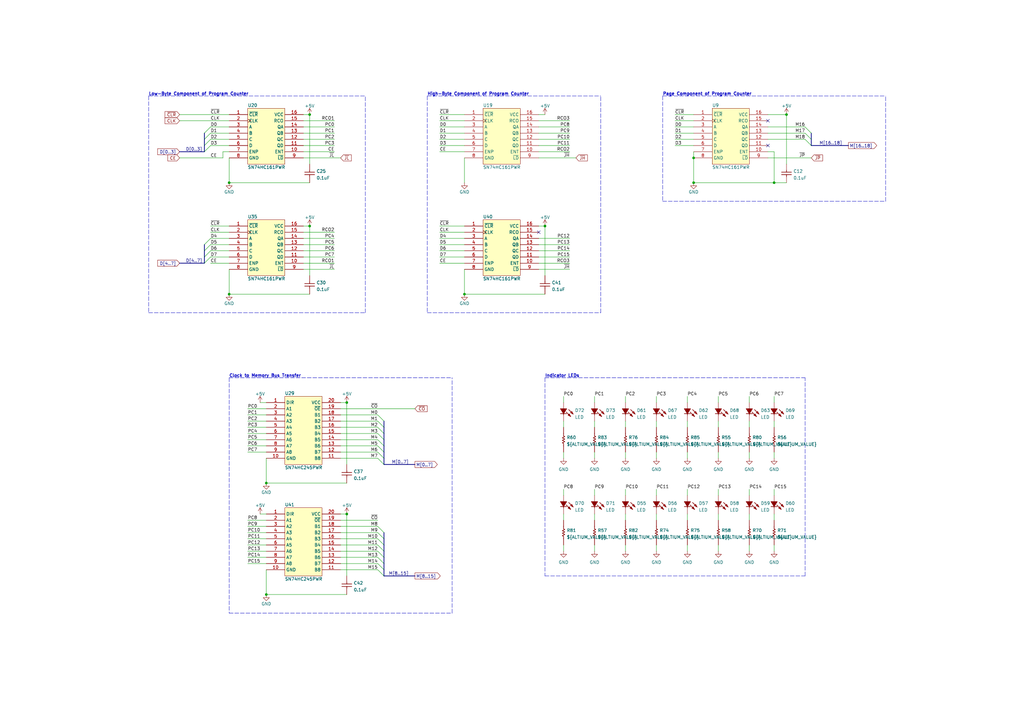
<source format=kicad_sch>
(kicad_sch (version 20211123) (generator eeschema)
  (paper "A3")
  (title_block (title "Program Counter") (date "2022-01-19") (rev "V1.1") (company "Riley Stuermer"))
  (lib_symbols
    (symbol "8BitCPU_Symbols:+5V" (power) (pin_names (offset 0))
      (property "Value" "+5V" (at 0 3.556 0))
      (symbol "+5V_0_1"
        (polyline (pts (xy -0.762 1.27) (xy 0 2.54)))
        (polyline (pts (xy 0 0) (xy 0 2.54)))
        (polyline (pts (xy 0 2.54) (xy 0.762 1.27)))
      )
      (symbol "+5V_1_1"
        (pin power_in line (at 0 0 90) (length 0) hide (name "+5V") (number "1"))
      )
    )
    (symbol "8BitCPU_Symbols:CAP"
      (property "Reference" "C" (at 1.27 3.175 0))
      (property "Value" "CAP" (at 1.27 -3.175 0))
      (symbol "CAP_1_0"
        (polyline (pts (xy 0 0) (xy 0.762 0)) (stroke (width 0.254)))
        (polyline (pts (xy 0.762 -2.032) (xy 0.762 2.032)) (stroke (width 0.254)))
        (polyline (pts (xy 1.778 2.032) (xy 1.778 -2.032)) (stroke (width 0.254)))
        (polyline (pts (xy 2.54 0) (xy 1.778 0)) (stroke (width 0.254)))
        (pin passive line (at 5.08 0 180) (length 2.54) (name "1") (number "1"))
        (pin passive line (at -2.54 0 0) (length 2.54) (name "2") (number "2"))
      )
    )
    (symbol "8BitCPU_Symbols:GND" (power) (pin_names (offset 0))
      (property "Value" "GND" (at 0 -3.81 0))
      (symbol "GND_0_1"
        (polyline (pts (xy 0 0) (xy 0 -1.27) (xy 1.27 -1.27) (xy 0 -2.54) (xy -1.27 -1.27) (xy 0 -1.27)))
      )
      (symbol "GND_1_1"
        (pin power_in line (at 0 0 270) (length 0) hide (name "GND") (number "1"))
      )
    )
    (symbol "8BitCPU_Symbols:LED"
      (property "Reference" "D" (at 0.635 4.445 0))
      (property "Value" "LED" (at 0.635 -3.175 0))
      (symbol "LED_1_0"
        (polyline (pts (xy 0.3545 2.1093) (xy 2.1325 3.8873)) (stroke (width 0.254)))
        (polyline (pts (xy 1.27 0) (xy 2.54 0)) (stroke (width 0.254)))
        (polyline (pts (xy 1.3705 1.0933) (xy 3.1485 2.8713)) (stroke (width 0.254)))
        (polyline (pts (xy 2.032 1.27) (xy 2.032 -1.27)) (stroke (width 0.254)))
        (polyline (pts (xy 0 -1.27) (xy 2.032 0) (xy 0 1.27) (xy 0 -1.27)) (stroke (width 0.254)) (fill (type outline)))
        (polyline (pts (xy 2.1325 3.8873) (xy 1.1165 3.3793) (xy 1.6245 2.8713) (xy 2.1325 3.8873)) (stroke (width 0.254)) (fill (type outline)))
        (polyline (pts (xy 3.1485 2.8713) (xy 2.1325 2.3633) (xy 2.6405 1.8553) (xy 3.1485 2.8713)) (stroke (width 0.254)) (fill (type outline)))
        (pin passive line (at -2.54 0 0) (length 2.54) (name "A") (number "1"))
        (pin passive line (at 5.08 0 180) (length 2.54) (name "K") (number "2"))
      )
    )
    (symbol "8BitCPU_Symbols:RES"
      (property "Reference" "R" (at 2.54 1.905 0))
      (property "Value" "RES" (at 2.54 -1.905 0))
      (symbol "RES_1_0"
        (polyline (pts (xy 5.08 0) (xy 4.064 0) (xy 3.81 -0.508) (xy 3.302 0.508) (xy 2.794 -0.508) (xy 2.286 0.508) (xy 1.778 -0.508) (xy 1.27 0.508) (xy 1.016 0) (xy 0 0)) (stroke (width 0.254)))
        (pin passive line (at -2.54 0 0) (length 2.54) (name "1") (number "1"))
        (pin passive line (at 7.62 0 180) (length 2.54) (name "2") (number "2"))
      )
    )
    (symbol "8BitCPU_Symbols:SN74HC161PWR"
      (property "Reference" "U" (at 0 3.81 0))
      (property "Value" "SN74HC161PWR" (at 0 -21.59 0))
      (symbol "SN74HC161PWR_1_0"
        (rectangle (start 15.24 2.54) (end 0 -20.32) (fill (type background)))
        (pin input line (at -7.62 0 0) (length 7.62) (name "~{CLR}") (number "1"))
        (pin input line (at 22.86 -15.24 180) (length 7.62) (name "ENT") (number "10"))
        (pin output line (at 22.86 -12.7 180) (length 7.62) (name "QD") (number "11"))
        (pin output line (at 22.86 -10.16 180) (length 7.62) (name "QC") (number "12"))
        (pin output line (at 22.86 -7.62 180) (length 7.62) (name "QB") (number "13"))
        (pin output line (at 22.86 -5.08 180) (length 7.62) (name "QA") (number "14"))
        (pin output line (at 22.86 -2.54 180) (length 7.62) (name "RCO") (number "15"))
        (pin power_in line (at 22.86 0 180) (length 7.62) (name "VCC") (number "16"))
        (pin input clock (at -7.62 -2.54 0) (length 7.62) (name "CLK") (number "2"))
        (pin input line (at -7.62 -5.08 0) (length 7.62) (name "A") (number "3"))
        (pin input line (at -7.62 -7.62 0) (length 7.62) (name "B") (number "4"))
        (pin input line (at -7.62 -10.16 0) (length 7.62) (name "C") (number "5"))
        (pin input line (at -7.62 -12.7 0) (length 7.62) (name "D") (number "6"))
        (pin input line (at -7.62 -15.24 0) (length 7.62) (name "ENP") (number "7"))
        (pin power_in line (at -7.62 -17.78 0) (length 7.62) (name "GND") (number "8"))
        (pin input line (at 22.86 -17.78 180) (length 7.62) (name "~{LD}") (number "9"))
      )
    )
    (symbol "8BitCPU_Symbols:SN74HC245PWR"
      (property "Reference" "U" (at 0 3.81 0))
      (property "Value" "SN74HC245PWR" (at 0 -26.67 0))
      (symbol "SN74HC245PWR_1_0"
        (rectangle (start 15.24 2.54) (end 0 -25.4) (fill (type background)))
        (pin input line (at -7.62 0 0) (length 7.62) (name "DIR") (number "1"))
        (pin power_in line (at -7.62 -22.86 0) (length 7.62) (name "GND") (number "10"))
        (pin bidirectional line (at 22.86 -22.86 180) (length 7.62) (name "B8") (number "11"))
        (pin bidirectional line (at 22.86 -20.32 180) (length 7.62) (name "B7") (number "12"))
        (pin bidirectional line (at 22.86 -17.78 180) (length 7.62) (name "B6") (number "13"))
        (pin bidirectional line (at 22.86 -15.24 180) (length 7.62) (name "B5") (number "14"))
        (pin bidirectional line (at 22.86 -12.7 180) (length 7.62) (name "B4") (number "15"))
        (pin bidirectional line (at 22.86 -10.16 180) (length 7.62) (name "B3") (number "16"))
        (pin bidirectional line (at 22.86 -7.62 180) (length 7.62) (name "B2") (number "17"))
        (pin bidirectional line (at 22.86 -5.08 180) (length 7.62) (name "B1") (number "18"))
        (pin input line (at 22.86 -2.54 180) (length 7.62) (name "~{OE}") (number "19"))
        (pin bidirectional line (at -7.62 -2.54 0) (length 7.62) (name "A1") (number "2"))
        (pin power_in line (at 22.86 0 180) (length 7.62) (name "VCC") (number "20"))
        (pin bidirectional line (at -7.62 -5.08 0) (length 7.62) (name "A2") (number "3"))
        (pin bidirectional line (at -7.62 -7.62 0) (length 7.62) (name "A3") (number "4"))
        (pin bidirectional line (at -7.62 -10.16 0) (length 7.62) (name "A4") (number "5"))
        (pin bidirectional line (at -7.62 -12.7 0) (length 7.62) (name "A5") (number "6"))
        (pin bidirectional line (at -7.62 -15.24 0) (length 7.62) (name "A6") (number "7"))
        (pin bidirectional line (at -7.62 -17.78 0) (length 7.62) (name "A7") (number "8"))
        (pin bidirectional line (at -7.62 -20.32 0) (length 7.62) (name "A8") (number "9"))
      )
    )
  )
  (junction (at 223.52 92.71))
  (junction (at 322.58 46.99))
  (junction (at 127 92.71))
  (junction (at 142.24 165.1))
  (junction (at 93.98 74.93))
  (junction (at 93.98 120.65))
  (junction (at 142.24 210.82))
  (junction (at 127 46.99))
  (junction (at 190.5 120.65))
  (junction (at 284.48 74.93))
  (junction (at 284.48 64.77))
  (junction (at 109.22 243.84))
  (junction (at 317.5 74.93))
  (junction (at 109.22 198.12))
  (no_connect (at 314.96 59.69))
  (no_connect (at 220.98 95.25))
  (no_connect (at 314.96 49.53))
  (bus_entry (at 86.36 52.07) (size -2.54 2.54))
  (bus_entry (at 83.82 102.87) (size 2.54 -2.54))
  (bus_entry (at 83.82 105.41) (size 2.54 -2.54))
  (bus_entry (at 83.82 107.95) (size 2.54 -2.54))
  (bus_entry (at 154.94 187.96) (size 2.54 2.54))
  (bus_entry (at 154.94 177.8) (size 2.54 2.54))
  (bus_entry (at 154.94 170.18) (size 2.54 2.54))
  (bus_entry (at 154.94 175.26) (size 2.54 2.54))
  (bus_entry (at 154.94 172.72) (size 2.54 2.54))
  (bus_entry (at 154.94 185.42) (size 2.54 2.54))
  (bus_entry (at 154.94 180.34) (size 2.54 2.54))
  (bus_entry (at 154.94 182.88) (size 2.54 2.54))
  (bus_entry (at 83.82 59.69) (size 2.54 -2.54))
  (bus_entry (at 83.82 57.15) (size 2.54 -2.54))
  (bus_entry (at 83.82 100.33) (size 2.54 -2.54))
  (bus_entry (at 83.82 62.23) (size 2.54 -2.54))
  (bus_entry (at 330.2 52.07) (size 2.54 2.54))
  (bus_entry (at 330.2 54.61) (size 2.54 2.54))
  (bus_entry (at 330.2 57.15) (size 2.54 2.54))
  (bus_entry (at 154.94 220.98) (size 2.54 2.54))
  (bus_entry (at 154.94 233.68) (size 2.54 2.54))
  (bus_entry (at 154.94 231.14) (size 2.54 2.54))
  (bus_entry (at 154.94 228.6) (size 2.54 2.54))
  (bus_entry (at 154.94 223.52) (size 2.54 2.54))
  (bus_entry (at 154.94 226.06) (size 2.54 2.54))
  (bus_entry (at 154.94 218.44) (size 2.54 2.54))
  (bus_entry (at 154.94 215.9) (size 2.54 2.54))
  (wire (pts (xy 86.36 102.87) (xy 93.98 102.87)))
  (wire (pts (xy 220.98 46.99) (xy 223.52 46.99)))
  (wire (pts (xy 294.64 162.56) (xy 294.64 165.1)))
  (polyline (pts (xy 93.98 251.46) (xy 185.42 251.46)))
  (polyline (pts (xy 93.98 154.94) (xy 93.98 251.46)))
  (wire (pts (xy 124.46 110.49) (xy 137.16 110.49)))
  (bus (pts (xy 83.82 105.41) (xy 83.82 107.95)))
  (wire (pts (xy 124.46 107.95) (xy 137.16 107.95)))
  (bus (pts (xy 157.48 180.34) (xy 157.48 182.88)))
  (wire (pts (xy 220.98 107.95) (xy 233.68 107.95)))
  (wire (pts (xy 256.54 213.36) (xy 256.54 210.82)))
  (wire (pts (xy 86.36 97.79) (xy 93.98 97.79)))
  (wire (pts (xy 281.94 213.36) (xy 281.94 210.82)))
  (wire (pts (xy 243.84 200.66) (xy 243.84 203.2)))
  (bus (pts (xy 157.48 190.5) (xy 170.18 190.5)))
  (wire (pts (xy 180.34 97.79) (xy 190.5 97.79)))
  (wire (pts (xy 124.46 62.23) (xy 137.16 62.23)))
  (wire (pts (xy 127 120.65) (xy 93.98 120.65)))
  (wire (pts (xy 307.34 226.06) (xy 307.34 223.52)))
  (polyline (pts (xy 60.96 39.37) (xy 149.86 39.37)))
  (wire (pts (xy 86.36 95.25) (xy 93.98 95.25)))
  (wire (pts (xy 124.46 95.25) (xy 137.16 95.25)))
  (bus (pts (xy 157.48 226.06) (xy 157.48 228.6)))
  (bus (pts (xy 83.82 100.33) (xy 83.82 102.87)))
  (polyline (pts (xy 223.52 154.94) (xy 223.52 236.22)))
  (wire (pts (xy 190.5 52.07) (xy 180.34 52.07)))
  (wire (pts (xy 223.52 92.71) (xy 223.52 113.03)))
  (wire (pts (xy 317.5 226.06) (xy 317.5 223.52)))
  (wire (pts (xy 281.94 200.66) (xy 281.94 203.2)))
  (wire (pts (xy 317.5 74.93) (xy 322.58 74.93)))
  (polyline (pts (xy 223.52 154.94) (xy 330.2 154.94)))
  (wire (pts (xy 276.86 49.53) (xy 284.48 49.53)))
  (bus (pts (xy 83.82 102.87) (xy 83.82 105.41)))
  (bus (pts (xy 157.48 236.22) (xy 170.18 236.22)))
  (wire (pts (xy 86.36 105.41) (xy 93.98 105.41)))
  (wire (pts (xy 101.6 172.72) (xy 109.22 172.72)))
  (wire (pts (xy 231.14 187.96) (xy 231.14 185.42)))
  (bus (pts (xy 332.74 54.61) (xy 332.74 57.15)))
  (wire (pts (xy 101.6 220.98) (xy 109.22 220.98)))
  (polyline (pts (xy 185.42 251.46) (xy 185.42 154.94)))
  (wire (pts (xy 86.36 52.07) (xy 93.98 52.07)))
  (wire (pts (xy 139.7 220.98) (xy 154.94 220.98)))
  (wire (pts (xy 124.46 46.99) (xy 127 46.99)))
  (wire (pts (xy 124.46 49.53) (xy 137.16 49.53)))
  (wire (pts (xy 101.6 213.36) (xy 109.22 213.36)))
  (wire (pts (xy 330.2 54.61) (xy 314.96 54.61)))
  (wire (pts (xy 124.46 54.61) (xy 137.16 54.61)))
  (wire (pts (xy 139.7 231.14) (xy 154.94 231.14)))
  (wire (pts (xy 256.54 200.66) (xy 256.54 203.2)))
  (bus (pts (xy 157.48 228.6) (xy 157.48 231.14)))
  (wire (pts (xy 109.22 187.96) (xy 109.22 198.12)))
  (wire (pts (xy 139.7 228.6) (xy 154.94 228.6)))
  (wire (pts (xy 269.24 162.56) (xy 269.24 165.1)))
  (polyline (pts (xy 271.78 39.37) (xy 271.78 82.55)))
  (bus (pts (xy 83.82 107.95) (xy 73.66 107.95)))
  (wire (pts (xy 142.24 165.1) (xy 139.7 165.1)))
  (wire (pts (xy 180.34 107.95) (xy 190.5 107.95)))
  (wire (pts (xy 220.98 97.79) (xy 233.68 97.79)))
  (wire (pts (xy 190.5 57.15) (xy 180.34 57.15)))
  (wire (pts (xy 269.24 175.26) (xy 269.24 172.72)))
  (wire (pts (xy 231.14 162.56) (xy 231.14 165.1)))
  (wire (pts (xy 86.36 100.33) (xy 93.98 100.33)))
  (wire (pts (xy 220.98 57.15) (xy 233.68 57.15)))
  (wire (pts (xy 220.98 59.69) (xy 233.68 59.69)))
  (wire (pts (xy 243.84 162.56) (xy 243.84 165.1)))
  (wire (pts (xy 243.84 226.06) (xy 243.84 223.52)))
  (wire (pts (xy 109.22 198.12) (xy 142.24 198.12)))
  (wire (pts (xy 106.68 165.1) (xy 109.22 165.1)))
  (wire (pts (xy 231.14 200.66) (xy 231.14 203.2)))
  (wire (pts (xy 307.34 162.56) (xy 307.34 165.1)))
  (wire (pts (xy 220.98 100.33) (xy 233.68 100.33)))
  (polyline (pts (xy 175.26 39.37) (xy 246.38 39.37)))
  (polyline (pts (xy 246.38 128.27) (xy 246.38 39.37)))
  (wire (pts (xy 139.7 226.06) (xy 154.94 226.06)))
  (wire (pts (xy 127 46.99) (xy 127 67.31)))
  (wire (pts (xy 124.46 64.77) (xy 139.7 64.77)))
  (wire (pts (xy 317.5 200.66) (xy 317.5 203.2)))
  (polyline (pts (xy 223.52 236.22) (xy 330.2 236.22)))
  (wire (pts (xy 127 74.93) (xy 93.98 74.93)))
  (wire (pts (xy 276.86 54.61) (xy 284.48 54.61)))
  (wire (pts (xy 190.5 74.93) (xy 190.5 64.77)))
  (wire (pts (xy 139.7 233.68) (xy 154.94 233.68)))
  (bus (pts (xy 83.82 54.61) (xy 83.82 57.15)))
  (wire (pts (xy 139.7 167.64) (xy 170.18 167.64)))
  (wire (pts (xy 86.36 107.95) (xy 93.98 107.95)))
  (wire (pts (xy 124.46 97.79) (xy 137.16 97.79)))
  (wire (pts (xy 269.24 213.36) (xy 269.24 210.82)))
  (wire (pts (xy 106.68 210.82) (xy 109.22 210.82)))
  (wire (pts (xy 317.5 213.36) (xy 317.5 210.82)))
  (wire (pts (xy 317.5 187.96) (xy 317.5 185.42)))
  (wire (pts (xy 142.24 236.22) (xy 142.24 210.82)))
  (wire (pts (xy 139.7 185.42) (xy 154.94 185.42)))
  (bus (pts (xy 157.48 175.26) (xy 157.48 177.8)))
  (wire (pts (xy 73.66 64.77) (xy 91.44 64.77)))
  (wire (pts (xy 269.24 187.96) (xy 269.24 185.42)))
  (wire (pts (xy 190.5 49.53) (xy 180.34 49.53)))
  (wire (pts (xy 101.6 167.64) (xy 109.22 167.64)))
  (wire (pts (xy 307.34 213.36) (xy 307.34 210.82)))
  (wire (pts (xy 139.7 170.18) (xy 154.94 170.18)))
  (bus (pts (xy 157.48 223.52) (xy 157.48 226.06)))
  (wire (pts (xy 127 92.71) (xy 127 113.03)))
  (bus (pts (xy 157.48 182.88) (xy 157.48 185.42)))
  (wire (pts (xy 243.84 175.26) (xy 243.84 172.72)))
  (wire (pts (xy 180.34 95.25) (xy 190.5 95.25)))
  (wire (pts (xy 276.86 59.69) (xy 284.48 59.69)))
  (wire (pts (xy 101.6 180.34) (xy 109.22 180.34)))
  (wire (pts (xy 276.86 52.07) (xy 284.48 52.07)))
  (wire (pts (xy 284.48 64.77) (xy 284.48 74.93)))
  (wire (pts (xy 256.54 175.26) (xy 256.54 172.72)))
  (wire (pts (xy 243.84 187.96) (xy 243.84 185.42)))
  (polyline (pts (xy 149.86 128.27) (xy 149.86 39.37)))
  (bus (pts (xy 157.48 187.96) (xy 157.48 190.5)))
  (wire (pts (xy 139.7 215.9) (xy 154.94 215.9)))
  (wire (pts (xy 269.24 226.06) (xy 269.24 223.52)))
  (wire (pts (xy 139.7 187.96) (xy 154.94 187.96)))
  (wire (pts (xy 93.98 120.65) (xy 93.98 110.49)))
  (wire (pts (xy 124.46 100.33) (xy 137.16 100.33)))
  (wire (pts (xy 330.2 52.07) (xy 314.96 52.07)))
  (wire (pts (xy 101.6 170.18) (xy 109.22 170.18)))
  (wire (pts (xy 322.58 46.99) (xy 322.58 67.31)))
  (wire (pts (xy 190.5 54.61) (xy 180.34 54.61)))
  (wire (pts (xy 124.46 92.71) (xy 127 92.71)))
  (bus (pts (xy 83.82 62.23) (xy 73.66 62.23)))
  (wire (pts (xy 284.48 74.93) (xy 317.5 74.93)))
  (wire (pts (xy 139.7 172.72) (xy 154.94 172.72)))
  (bus (pts (xy 83.82 59.69) (xy 83.82 62.23)))
  (wire (pts (xy 220.98 102.87) (xy 233.68 102.87)))
  (wire (pts (xy 220.98 62.23) (xy 233.68 62.23)))
  (wire (pts (xy 307.34 175.26) (xy 307.34 172.72)))
  (wire (pts (xy 220.98 110.49) (xy 233.68 110.49)))
  (wire (pts (xy 330.2 57.15) (xy 314.96 57.15)))
  (wire (pts (xy 101.6 231.14) (xy 109.22 231.14)))
  (wire (pts (xy 284.48 62.23) (xy 284.48 64.77)))
  (wire (pts (xy 101.6 223.52) (xy 109.22 223.52)))
  (wire (pts (xy 124.46 105.41) (xy 137.16 105.41)))
  (bus (pts (xy 157.48 185.42) (xy 157.48 187.96)))
  (wire (pts (xy 101.6 218.44) (xy 109.22 218.44)))
  (polyline (pts (xy 271.78 39.37) (xy 363.22 39.37)))
  (wire (pts (xy 231.14 213.36) (xy 231.14 210.82)))
  (bus (pts (xy 157.48 231.14) (xy 157.48 233.68)))
  (wire (pts (xy 220.98 92.71) (xy 223.52 92.71)))
  (wire (pts (xy 86.36 57.15) (xy 93.98 57.15)))
  (wire (pts (xy 231.14 226.06) (xy 231.14 223.52)))
  (wire (pts (xy 91.44 62.23) (xy 93.98 62.23)))
  (wire (pts (xy 190.5 59.69) (xy 180.34 59.69)))
  (wire (pts (xy 281.94 187.96) (xy 281.94 185.42)))
  (wire (pts (xy 220.98 64.77) (xy 236.22 64.77)))
  (wire (pts (xy 101.6 185.42) (xy 109.22 185.42)))
  (wire (pts (xy 86.36 54.61) (xy 93.98 54.61)))
  (bus (pts (xy 157.48 220.98) (xy 157.48 223.52)))
  (wire (pts (xy 281.94 162.56) (xy 281.94 165.1)))
  (wire (pts (xy 124.46 52.07) (xy 137.16 52.07)))
  (wire (pts (xy 276.86 46.99) (xy 284.48 46.99)))
  (wire (pts (xy 139.7 213.36) (xy 154.94 213.36)))
  (wire (pts (xy 180.34 92.71) (xy 190.5 92.71)))
  (wire (pts (xy 317.5 162.56) (xy 317.5 165.1)))
  (wire (pts (xy 101.6 182.88) (xy 109.22 182.88)))
  (wire (pts (xy 124.46 57.15) (xy 137.16 57.15)))
  (wire (pts (xy 91.44 64.77) (xy 91.44 62.23)))
  (bus (pts (xy 157.48 233.68) (xy 157.48 236.22)))
  (wire (pts (xy 307.34 200.66) (xy 307.34 203.2)))
  (polyline (pts (xy 271.78 82.55) (xy 363.22 82.55)))
  (wire (pts (xy 190.5 46.99) (xy 180.34 46.99)))
  (wire (pts (xy 101.6 226.06) (xy 109.22 226.06)))
  (wire (pts (xy 231.14 175.26) (xy 231.14 172.72)))
  (polyline (pts (xy 93.98 154.94) (xy 185.42 154.94)))
  (polyline (pts (xy 330.2 236.22) (xy 330.2 154.94)))
  (polyline (pts (xy 60.96 128.27) (xy 149.86 128.27)))
  (wire (pts (xy 276.86 57.15) (xy 284.48 57.15)))
  (wire (pts (xy 256.54 162.56) (xy 256.54 165.1)))
  (wire (pts (xy 139.7 223.52) (xy 154.94 223.52)))
  (bus (pts (xy 157.48 177.8) (xy 157.48 180.34)))
  (wire (pts (xy 190.5 62.23) (xy 180.34 62.23)))
  (wire (pts (xy 223.52 120.65) (xy 190.5 120.65)))
  (wire (pts (xy 109.22 243.84) (xy 142.24 243.84)))
  (polyline (pts (xy 175.26 128.27) (xy 246.38 128.27)))
  (wire (pts (xy 317.5 62.23) (xy 314.96 62.23)))
  (wire (pts (xy 256.54 226.06) (xy 256.54 223.52)))
  (bus (pts (xy 157.48 218.44) (xy 157.48 220.98)))
  (wire (pts (xy 73.66 49.53) (xy 93.98 49.53)))
  (bus (pts (xy 157.48 172.72) (xy 157.48 175.26)))
  (wire (pts (xy 220.98 54.61) (xy 233.68 54.61)))
  (wire (pts (xy 86.36 59.69) (xy 93.98 59.69)))
  (wire (pts (xy 142.24 210.82) (xy 139.7 210.82)))
  (wire (pts (xy 124.46 59.69) (xy 137.16 59.69)))
  (wire (pts (xy 281.94 175.26) (xy 281.94 172.72)))
  (wire (pts (xy 180.34 105.41) (xy 190.5 105.41)))
  (wire (pts (xy 73.66 46.99) (xy 93.98 46.99)))
  (wire (pts (xy 220.98 105.41) (xy 233.68 105.41)))
  (wire (pts (xy 294.64 187.96) (xy 294.64 185.42)))
  (wire (pts (xy 93.98 74.93) (xy 93.98 64.77)))
  (wire (pts (xy 314.96 64.77) (xy 332.74 64.77)))
  (wire (pts (xy 281.94 226.06) (xy 281.94 223.52)))
  (wire (pts (xy 307.34 187.96) (xy 307.34 185.42)))
  (wire (pts (xy 314.96 46.99) (xy 322.58 46.99)))
  (wire (pts (xy 101.6 175.26) (xy 109.22 175.26)))
  (wire (pts (xy 180.34 100.33) (xy 190.5 100.33)))
  (bus (pts (xy 83.82 57.15) (xy 83.82 59.69)))
  (wire (pts (xy 124.46 102.87) (xy 137.16 102.87)))
  (wire (pts (xy 294.64 175.26) (xy 294.64 172.72)))
  (polyline (pts (xy 60.96 39.37) (xy 60.96 128.27)))
  (polyline (pts (xy 175.26 39.37) (xy 175.26 128.27)))
  (bus (pts (xy 332.74 59.69) (xy 347.98 59.69)))
  (wire (pts (xy 139.7 180.34) (xy 154.94 180.34)))
  (wire (pts (xy 256.54 187.96) (xy 256.54 185.42)))
  (wire (pts (xy 220.98 49.53) (xy 233.68 49.53)))
  (wire (pts (xy 190.5 120.65) (xy 190.5 110.49)))
  (wire (pts (xy 294.64 200.66) (xy 294.64 203.2)))
  (wire (pts (xy 101.6 215.9) (xy 109.22 215.9)))
  (wire (pts (xy 220.98 52.07) (xy 233.68 52.07)))
  (wire (pts (xy 294.64 226.06) (xy 294.64 223.52)))
  (polyline (pts (xy 363.22 82.55) (xy 363.22 39.37)))
  (wire (pts (xy 101.6 228.6) (xy 109.22 228.6)))
  (wire (pts (xy 317.5 74.93) (xy 317.5 62.23)))
  (wire (pts (xy 317.5 175.26) (xy 317.5 172.72)))
  (wire (pts (xy 101.6 177.8) (xy 109.22 177.8)))
  (wire (pts (xy 139.7 175.26) (xy 154.94 175.26)))
  (bus (pts (xy 332.74 57.15) (xy 332.74 59.69)))
  (wire (pts (xy 86.36 92.71) (xy 93.98 92.71)))
  (wire (pts (xy 243.84 213.36) (xy 243.84 210.82)))
  (wire (pts (xy 142.24 190.5) (xy 142.24 165.1)))
  (wire (pts (xy 139.7 177.8) (xy 154.94 177.8)))
  (wire (pts (xy 294.64 213.36) (xy 294.64 210.82)))
  (wire (pts (xy 180.34 102.87) (xy 190.5 102.87)))
  (wire (pts (xy 139.7 218.44) (xy 154.94 218.44)))
  (wire (pts (xy 139.7 182.88) (xy 154.94 182.88)))
  (wire (pts (xy 109.22 233.68) (xy 109.22 243.84)))
  (wire (pts (xy 269.24 200.66) (xy 269.24 203.2)))
  (text "Page Component of Program Counter" (at 271.78 39.37 0) (effects (font (size 1.27 1.27) bold) (justify left bottom)))
  (text "Clock to Memory Bus Transfer" (at 93.98 154.94 0) (effects (font (size 1.27 1.27) bold) (justify left bottom)))
  (text "Low-Byte Component of Program Counter" (at 60.96 39.37 0) (effects (font (size 1.27 1.27) bold) (justify left bottom)))
  (text "Indicator LEDs" (at 223.52 154.94 0) (effects (font (size 1.27 1.27) bold) (justify left bottom)))
  (text "High-Byte Component of Program Counter" (at 175.26 39.37 0) (effects (font (size 1.27 1.27) bold) (justify left bottom)))
  (label "RCO1" (at 137.16 49.53 180))
  (label "PC10" (at 101.6 218.44 0))
  (label "RCO3" (at 233.68 49.53 180))
  (label "M[8..15]" (at 167.64 236.22 180))
  (label "M[16..18]" (at 345.44 59.69 180))
  (label "PC15" (at 317.5 200.66 0))
  (label "D5" (at 86.36 100.33 0))
  (label "PC7" (at 101.6 185.42 0))
  (label "D3" (at 180.34 59.69 0))
  (label "PC10" (at 256.54 200.66 0))
  (label "PC4" (at 101.6 177.8 0))
  (label "PC1" (at 101.6 170.18 0))
  (label "PC11" (at 269.24 200.66 0))
  (label "M10" (at 154.94 220.98 180))
  (label "PC1" (at 137.16 54.61 180))
  (label "PC13" (at 294.64 200.66 0))
  (label "RCO1" (at 137.16 107.95 180))
  (label "D2" (at 180.34 57.15 0))
  (label "M[0..7]" (at 167.64 190.5 180))
  (label "PC9" (at 101.6 215.9 0))
  (label "PC4" (at 137.16 97.79 180))
  (label "M14" (at 154.94 231.14 180))
  (label "~{JL}" (at 137.16 64.77 180))
  (label "M13" (at 154.94 228.6 180))
  (label "PC6" (at 137.16 102.87 180))
  (label "D0" (at 86.36 52.07 0))
  (label "PC2" (at 101.6 172.72 0))
  (label "RCO2" (at 137.16 95.25 180))
  (label "~{CLR}" (at 86.36 46.99 0))
  (label "CLK" (at 86.36 95.25 0))
  (label "D4" (at 180.34 97.79 0))
  (label "PC11" (at 101.6 220.98 0))
  (label "PC10" (at 233.68 57.15 180))
  (label "D3" (at 276.86 59.69 0))
  (label "PC11" (at 233.68 59.69 180))
  (label "PC13" (at 233.68 100.33 180))
  (label "~{CO}" (at 154.94 213.36 180))
  (label "PC9" (at 233.68 54.61 180))
  (label "PC3" (at 137.16 59.69 180))
  (label "M5" (at 154.94 182.88 180))
  (label "PC9" (at 243.84 200.66 0))
  (label "PC5" (at 294.64 162.56 0))
  (label "D6" (at 180.34 102.87 0))
  (label "M7" (at 154.94 187.96 180))
  (label "D4" (at 86.36 97.79 0))
  (label "M18" (at 330.2 57.15 180))
  (label "CLK" (at 180.34 49.53 0))
  (label "D[0..3]" (at 76.2 62.23 0))
  (label "PC12" (at 101.6 223.52 0))
  (label "D1" (at 86.36 54.61 0))
  (label "D0" (at 276.86 52.07 0))
  (label "CE" (at 137.16 62.23 180))
  (label "~{JH}" (at 233.68 110.49 180))
  (label "RCO3" (at 233.68 107.95 180))
  (label "PC3" (at 269.24 162.56 0))
  (label "PC15" (at 233.68 105.41 180))
  (label "D7" (at 180.34 105.41 0))
  (label "~{CO}" (at 154.94 167.64 180))
  (label "PC8" (at 231.14 200.66 0))
  (label "PC2" (at 256.54 162.56 0))
  (label "PC0" (at 101.6 167.64 0))
  (label "PC15" (at 101.6 231.14 0))
  (label "PC7" (at 137.16 105.41 180))
  (label "D[4..7]" (at 76.2 107.95 0))
  (label "M9" (at 154.94 218.44 180))
  (label "PC14" (at 233.68 102.87 180))
  (label "~{CLR}" (at 86.36 92.71 0))
  (label "PC14" (at 101.6 228.6 0))
  (label "M3" (at 154.94 177.8 180))
  (label "D7" (at 86.36 105.41 0))
  (label "M4" (at 154.94 180.34 180))
  (label "M16" (at 330.2 52.07 180))
  (label "M0" (at 154.94 170.18 180))
  (label "~{CLR}" (at 180.34 46.99 0))
  (label "CE" (at 86.36 64.77 0))
  (label "D6" (at 86.36 102.87 0))
  (label "~{JL}" (at 137.16 110.49 180))
  (label "CE" (at 86.36 107.95 0))
  (label "PC14" (at 307.34 200.66 0))
  (label "D1" (at 180.34 54.61 0))
  (label "PC6" (at 307.34 162.56 0))
  (label "D1" (at 276.86 54.61 0))
  (label "PC3" (at 101.6 175.26 0))
  (label "M12" (at 154.94 226.06 180))
  (label "D5" (at 180.34 100.33 0))
  (label "M15" (at 154.94 233.68 180))
  (label "PC2" (at 137.16 57.15 180))
  (label "PC12" (at 233.68 97.79 180))
  (label "D0" (at 180.34 52.07 0))
  (label "PC7" (at 317.5 162.56 0))
  (label "M11" (at 154.94 223.52 180))
  (label "D2" (at 276.86 57.15 0))
  (label "PC8" (at 101.6 213.36 0))
  (label "~{JP}" (at 330.2 64.77 180))
  (label "PC0" (at 137.16 52.07 180))
  (label "CLK" (at 180.34 95.25 0))
  (label "M17" (at 330.2 54.61 180))
  (label "PC13" (at 101.6 226.06 0))
  (label "CLK" (at 276.86 49.53 0))
  (label "M1" (at 154.94 172.72 180))
  (label "PC5" (at 137.16 100.33 180))
  (label "RCO2" (at 233.68 62.23 180))
  (label "M8" (at 154.94 215.9 180))
  (label "PC1" (at 243.84 162.56 0))
  (label "D2" (at 86.36 57.15 0))
  (label "~{CLR}" (at 276.86 46.99 0))
  (label "D3" (at 86.36 59.69 0))
  (label "PC4" (at 281.94 162.56 0))
  (label "PC12" (at 281.94 200.66 0))
  (label "PC6" (at 101.6 182.88 0))
  (label "PC8" (at 233.68 52.07 180))
  (label "~{CLR}" (at 180.34 92.71 0))
  (label "PC5" (at 101.6 180.34 0))
  (label "CLK" (at 86.36 49.53 0))
  (label "PC0" (at 231.14 162.56 0))
  (label "M2" (at 154.94 175.26 180))
  (label "M6" (at 154.94 185.42 180))
  (label "~{JH}" (at 233.68 64.77 180))
  (label "CE" (at 180.34 107.95 0))
  (label "CE" (at 180.34 62.23 0))
  (global_label "CE" (shape input) (at 73.66 64.77 180) (property "Intersheet References" "${INTERSHEET_REFS}" (effects hide)))
  (global_label "M[16..18]" (shape output) (at 347.98 59.69 0) (property "Intersheet References" "${INTERSHEET_REFS}" (effects hide)))
  (global_label "~{JP}" (shape input) (at 332.74 64.77 0) (property "Intersheet References" "${INTERSHEET_REFS}" (effects hide)))
  (global_label "~{CLR}" (shape input) (at 73.66 46.99 180) (property "Intersheet References" "${INTERSHEET_REFS}" (effects hide)))
  (global_label "~{JH}" (shape input) (at 236.22 64.77 0) (property "Intersheet References" "${INTERSHEET_REFS}" (effects hide)))
  (global_label "~{CO}" (shape input) (at 170.18 167.64 0) (property "Intersheet References" "${INTERSHEET_REFS}" (effects hide)))
  (global_label "D[4..7]" (shape input) (at 73.66 107.95 180) (property "Intersheet References" "${INTERSHEET_REFS}" (effects hide)))
  (global_label "~{JL}" (shape input) (at 139.7 64.77 0) (property "Intersheet References" "${INTERSHEET_REFS}" (effects hide)))
  (global_label "M[0..7]" (shape output) (at 170.18 190.5 0) (property "Intersheet References" "${INTERSHEET_REFS}" (effects hide)))
  (global_label "D[0..3]" (shape input) (at 73.66 62.23 180) (property "Intersheet References" "${INTERSHEET_REFS}" (effects hide)))
  (global_label "M[8..15]" (shape output) (at 170.18 236.22 0) (property "Intersheet References" "${INTERSHEET_REFS}" (effects hide)))
  (global_label "CLK" (shape input) (at 73.66 49.53 180) (property "Intersheet References" "${INTERSHEET_REFS}" (effects hide)))
  (symbol (lib_id "8BitCPU_Symbols:CAP") (at 127 118.11 90) (unit 1)
    (property "Reference" "C30" (at 129.794 115.9315 90) (effects (justify right)))
    (property "Value" "0.1uF" (at 129.794 118.7066 90) (effects (justify right)))
    (property "Footprint" "8BitCPU_Footprints:0603_CAPC1608X09N" (effects hide))
  )
  (symbol (lib_id "8BitCPU_Symbols:GND") (at 281.94 187.96 0) (unit 1)
    (property "Reference" "#PWR?" (effects hide))
    (property "Value" "GND" (at 281.94 192.5225 0))
  )
  (symbol (lib_id "8BitCPU_Symbols:LED") (at 317.5 205.74 270) (unit 1)
    (property "Reference" "D60" (at 322.1492 206.4057 90) (effects (justify left)))
    (property "Value" "LED" (at 322.1492 209.1808 90) (effects (justify left)))
    (property "Footprint" "0603-LED1608X04N" (effects hide))
  )
  (symbol (lib_id "8BitCPU_Symbols:LED") (at 307.34 205.74 270) (unit 1)
    (property "Reference" "D59" (at 311.9892 206.4057 90) (effects (justify left)))
    (property "Value" "LED" (at 311.9892 209.1808 90) (effects (justify left)))
    (property "Footprint" "0603-LED1608X04N" (effects hide))
  )
  (symbol (lib_id "8BitCPU_Symbols:CAP") (at 142.24 241.3 90) (unit 1)
    (property "Reference" "C42" (at 145.034 239.1215 90) (effects (justify right)))
    (property "Value" "0.1uF" (at 145.034 241.8966 90) (effects (justify right)))
    (property "Footprint" "8BitCPU_Footprints:0603_CAPC1608X09N" (effects hide))
  )
  (symbol (lib_id "8BitCPU_Symbols:LED") (at 269.24 167.64 270) (unit 1)
    (property "Reference" "D67" (at 273.8892 168.3057 90) (effects (justify left)))
    (property "Value" "LED" (at 273.8892 171.0808 90) (effects (justify left)))
    (property "Footprint" "0603-LED1608X04N" (effects hide))
  )
  (symbol (lib_id "8BitCPU_Symbols:RES") (at 281.94 182.88 90) (unit 1)
    (property "Reference" "R85" (at 283.21 179.4315 90) (effects (justify right)))
    (property "Value" "${ALTIUM_VALUE}" (at 283.21 182.2066 90) (effects (justify right)))
    (property "Footprint" "0603-RESC1508X06N" (effects hide))
  )
  (symbol (lib_id "8BitCPU_Symbols:LED") (at 231.14 167.64 270) (unit 1)
    (property "Reference" "D72" (at 235.7892 168.3057 90) (effects (justify left)))
    (property "Value" "LED" (at 235.7892 171.0808 90) (effects (justify left)))
    (property "Footprint" "0603-LED1608X04N" (effects hide))
  )
  (symbol (lib_id "8BitCPU_Symbols:RES") (at 307.34 182.88 90) (unit 1)
    (property "Reference" "R80" (at 308.61 179.4315 90) (effects (justify right)))
    (property "Value" "${ALTIUM_VALUE}" (at 308.61 182.2066 90) (effects (justify right)))
    (property "Footprint" "0603-RESC1508X06N" (effects hide))
  )
  (symbol (lib_id "8BitCPU_Symbols:LED") (at 243.84 205.74 270) (unit 1)
    (property "Reference" "D71" (at 248.4892 206.4057 90) (effects (justify left)))
    (property "Value" "LED" (at 248.4892 209.1808 90) (effects (justify left)))
    (property "Footprint" "0603-LED1608X04N" (effects hide))
  )
  (symbol (lib_id "8BitCPU_Symbols:RES") (at 294.64 182.88 90) (unit 1)
    (property "Reference" "R55" (at 295.91 179.4315 90) (effects (justify right)))
    (property "Value" "${ALTIUM_VALUE}" (at 295.91 182.2066 90) (effects (justify right)))
    (property "Footprint" "0603-RESC1508X06N" (effects hide))
  )
  (symbol (lib_id "8BitCPU_Symbols:LED") (at 243.84 167.64 270) (unit 1)
    (property "Reference" "D73" (at 248.4893 168.3057 90) (effects (justify left)))
    (property "Value" "LED" (at 248.4893 171.0808 90) (effects (justify left)))
    (property "Footprint" "8BitCPU_Footprints:0603_LED1608X04N" (effects hide))
  )
  (symbol (lib_id "8BitCPU_Symbols:LED") (at 256.54 205.74 270) (unit 1)
    (property "Reference" "D55" (at 261.1892 206.4057 90) (effects (justify left)))
    (property "Value" "LED" (at 261.1892 209.1808 90) (effects (justify left)))
    (property "Footprint" "0603-LED1608X04N" (effects hide))
  )
  (symbol (lib_id "8BitCPU_Symbols:LED") (at 294.64 205.74 270) (unit 1)
    (property "Reference" "D58" (at 299.2892 206.4057 90) (effects (justify left)))
    (property "Value" "LED" (at 299.2892 209.1808 90) (effects (justify left)))
    (property "Footprint" "0603-LED1608X04N" (effects hide))
  )
  (symbol (lib_id "8BitCPU_Symbols:RES") (at 256.54 220.98 90) (unit 1)
    (property "Reference" "R82" (at 257.81 217.5315 90) (effects (justify right)))
    (property "Value" "${ALTIUM_VALUE}" (at 257.81 220.3066 90) (effects (justify right)))
    (property "Footprint" "0603-RESC1508X06N" (effects hide))
  )
  (symbol (lib_id "8BitCPU_Symbols:GND") (at 231.14 187.96 0) (unit 1)
    (property "Reference" "#PWR?" (effects hide))
    (property "Value" "GND" (at 231.14 192.5225 0))
  )
  (symbol (lib_id "8BitCPU_Symbols:+5V") (at 142.24 165.1 0) (unit 1)
    (property "Reference" "#PWR?" (effects hide))
    (property "Value" "+5" (at 142.24 161.544 0))
  )
  (symbol (lib_id "8BitCPU_Symbols:CAP") (at 142.24 195.58 90) (unit 1)
    (property "Reference" "C37" (at 145.034 193.4015 90) (effects (justify right)))
    (property "Value" "0.1uF" (at 145.034 196.1766 90) (effects (justify right)))
    (property "Footprint" "8BitCPU_Footprints:0603_CAPC1608X09N" (effects hide))
  )
  (symbol (lib_id "8BitCPU_Symbols:GND") (at 317.5 187.96 0) (unit 1)
    (property "Reference" "#PWR?" (effects hide))
    (property "Value" "GND" (at 317.5 192.5225 0))
  )
  (symbol (lib_id "8BitCPU_Symbols:RES") (at 231.14 182.88 90) (unit 1)
    (property "Reference" "R60" (at 232.41 179.4315 90) (effects (justify right)))
    (property "Value" "${ALTIUM_VALUE}" (at 232.41 182.2066 90) (effects (justify right)))
    (property "Footprint" "0603-RESC1508X06N" (effects hide))
  )
  (symbol (lib_id "8BitCPU_Symbols:GND") (at 190.5 74.93 0) (unit 1)
    (property "Reference" "#PWR?" (effects hide))
    (property "Value" "GND" (at 190.5 78.74 0))
  )
  (symbol (lib_id "8BitCPU_Symbols:LED") (at 231.14 205.74 270) (unit 1)
    (property "Reference" "D70" (at 235.7892 206.4057 90) (effects (justify left)))
    (property "Value" "LED" (at 235.7892 209.1808 90) (effects (justify left)))
    (property "Footprint" "0603-LED1608X04N" (effects hide))
  )
  (symbol (lib_id "8BitCPU_Symbols:GND") (at 294.64 226.06 0) (unit 1)
    (property "Reference" "#PWR?" (effects hide))
    (property "Value" "GND" (at 294.64 230.6225 0))
  )
  (symbol (lib_id "8BitCPU_Symbols:GND") (at 284.48 74.93 0) (unit 1)
    (property "Reference" "#PWR?" (effects hide))
    (property "Value" "GND" (at 284.48 78.74 0))
  )
  (symbol (lib_id "8BitCPU_Symbols:CAP") (at 322.58 72.39 90) (unit 1)
    (property "Reference" "C12" (at 325.374 70.2115 90) (effects (justify right)))
    (property "Value" "0.1uF" (at 325.374 72.9866 90) (effects (justify right)))
    (property "Footprint" "8BitCPU_Footprints:0603_CAPC1608X09N" (effects hide))
  )
  (symbol (lib_id "8BitCPU_Symbols:RES") (at 231.14 220.98 90) (unit 1)
    (property "Reference" "R81" (at 232.41 217.5315 90) (effects (justify right)))
    (property "Value" "${ALTIUM_VALUE}" (at 232.41 220.3066 90) (effects (justify right)))
    (property "Footprint" "0603-RESC1508X06N" (effects hide))
  )
  (symbol (lib_id "8BitCPU_Symbols:SN74HC245PWR") (at 116.84 165.1 0) (unit 1)
    (property "Reference" "U29" (at 116.84 161.29 0) (effects (justify left)))
    (property "Value" "SN74HC245PWR" (at 116.84 191.77 0) (effects (justify left)))
    (property "Footprint" "TI-PW-TSSOP65P640X120-20N" (effects hide))
  )
  (symbol (lib_id "8BitCPU_Symbols:LED") (at 294.64 167.64 270) (unit 1)
    (property "Reference" "D68" (at 299.2892 168.3057 90) (effects (justify left)))
    (property "Value" "LED" (at 299.2892 171.0808 90) (effects (justify left)))
    (property "Footprint" "0603-LED1608X04N" (effects hide))
  )
  (symbol (lib_id "8BitCPU_Symbols:LED") (at 281.94 205.74 270) (unit 1)
    (property "Reference" "D57" (at 286.5892 206.4057 90) (effects (justify left)))
    (property "Value" "LED" (at 286.5892 209.1808 90) (effects (justify left)))
    (property "Footprint" "0603-LED1608X04N" (effects hide))
  )
  (symbol (lib_id "8BitCPU_Symbols:LED") (at 317.5 167.64 270) (unit 1)
    (property "Reference" "D69" (at 322.1492 168.3057 90) (effects (justify left)))
    (property "Value" "LED" (at 322.1492 171.0808 90) (effects (justify left)))
    (property "Footprint" "0603-LED1608X04N" (effects hide))
  )
  (symbol (lib_id "8BitCPU_Symbols:LED") (at 256.54 167.64 270) (unit 1)
    (property "Reference" "D61" (at 261.1892 168.3057 90) (effects (justify left)))
    (property "Value" "LED" (at 261.1892 171.0808 90) (effects (justify left)))
    (property "Footprint" "0603-LED1608X04N" (effects hide))
  )
  (symbol (lib_id "8BitCPU_Symbols:SN74HC245PWR") (at 116.84 210.82 0) (unit 1)
    (property "Reference" "U41" (at 116.84 207.01 0) (effects (justify left)))
    (property "Value" "SN74HC245PWR" (at 116.84 237.49 0) (effects (justify left)))
    (property "Footprint" "TI-PW-TSSOP65P640X120-20N" (effects hide))
  )
  (symbol (lib_id "8BitCPU_Symbols:SN74HC161PWR") (at 101.6 46.99 0) (unit 1)
    (property "Reference" "U20" (at 101.6 43.18 0) (effects (justify left)))
    (property "Value" "SN74HC161PWR" (at 101.6 68.58 0) (effects (justify left)))
    (property "Footprint" "TI-PW-TSSOP65P640X120-16N" (effects hide))
  )
  (symbol (lib_id "8BitCPU_Symbols:GND") (at 243.84 226.06 0) (unit 1)
    (property "Reference" "#PWR?" (effects hide))
    (property "Value" "GND" (at 243.84 230.6225 0))
  )
  (symbol (lib_id "8BitCPU_Symbols:GND") (at 294.64 187.96 0) (unit 1)
    (property "Reference" "#PWR?" (effects hide))
    (property "Value" "GND" (at 294.64 192.5225 0))
  )
  (symbol (lib_id "8BitCPU_Symbols:RES") (at 317.5 220.98 90) (unit 1)
    (property "Reference" "R71" (at 318.77 217.5315 90) (effects (justify right)))
    (property "Value" "${ALTIUM_VALUE}" (at 318.77 220.3066 90) (effects (justify right)))
    (property "Footprint" "0603-RESC1508X06N" (effects hide))
  )
  (symbol (lib_id "8BitCPU_Symbols:RES") (at 307.34 220.98 90) (unit 1)
    (property "Reference" "R70" (at 308.61 217.5315 90) (effects (justify right)))
    (property "Value" "${ALTIUM_VALUE}" (at 308.61 220.3066 90) (effects (justify right)))
    (property "Footprint" "0603-RESC1508X06N" (effects hide))
  )
  (symbol (lib_id "8BitCPU_Symbols:GND") (at 243.84 187.96 0) (unit 1)
    (property "Reference" "#PWR?" (effects hide))
    (property "Value" "GND" (at 243.84 192.5225 0))
  )
  (symbol (lib_id "8BitCPU_Symbols:RES") (at 243.84 220.98 90) (unit 1)
    (property "Reference" "R57" (at 245.11 217.5315 90) (effects (justify right)))
    (property "Value" "${ALTIUM_VALUE}" (at 245.11 220.3066 90) (effects (justify right)))
    (property "Footprint" "0603-RESC1508X06N" (effects hide))
  )
  (symbol (lib_id "8BitCPU_Symbols:LED") (at 307.34 167.64 270) (unit 1)
    (property "Reference" "D63" (at 311.9892 168.3057 90) (effects (justify left)))
    (property "Value" "LED" (at 311.9892 171.0808 90) (effects (justify left)))
    (property "Footprint" "0603-LED1608X04N" (effects hide))
  )
  (symbol (lib_id "8BitCPU_Symbols:GND") (at 190.5 120.65 0) (unit 1)
    (property "Reference" "#PWR?" (effects hide))
    (property "Value" "GND" (at 190.5 124.46 0))
  )
  (symbol (lib_id "8BitCPU_Symbols:GND") (at 256.54 226.06 0) (unit 1)
    (property "Reference" "#PWR?" (effects hide))
    (property "Value" "GND" (at 256.54 230.6225 0))
  )
  (symbol (lib_id "8BitCPU_Symbols:SN74HC161PWR") (at 198.12 92.71 0) (unit 1)
    (property "Reference" "U40" (at 198.12 88.9 0) (effects (justify left)))
    (property "Value" "SN74HC161PWR" (at 198.12 114.3 0) (effects (justify left)))
    (property "Footprint" "TI-PW-TSSOP65P640X120-16N" (effects hide))
  )
  (symbol (lib_id "8BitCPU_Symbols:SN74HC161PWR") (at 292.1 46.99 0) (unit 1)
    (property "Reference" "U9" (at 292.1 43.18 0) (effects (justify left)))
    (property "Value" "SN74HC161PWR" (at 292.1 68.58 0) (effects (justify left)))
    (property "Footprint" "TI-PW-TSSOP65P640X120-16N" (effects hide))
  )
  (symbol (lib_id "8BitCPU_Symbols:GND") (at 256.54 187.96 0) (unit 1)
    (property "Reference" "#PWR?" (effects hide))
    (property "Value" "GND" (at 256.54 192.5225 0))
  )
  (symbol (lib_id "8BitCPU_Symbols:+5V") (at 322.58 46.99 0) (unit 1)
    (property "Reference" "#PWR?" (effects hide))
    (property "Value" "+5" (at 322.58 43.434 0))
  )
  (symbol (lib_id "8BitCPU_Symbols:CAP") (at 127 72.39 90) (unit 1)
    (property "Reference" "C25" (at 129.794 70.2115 90) (effects (justify right)))
    (property "Value" "0.1uF" (at 129.794 72.9866 90) (effects (justify right)))
    (property "Footprint" "8BitCPU_Footprints:0603_CAPC1608X09N" (effects hide))
  )
  (symbol (lib_id "8BitCPU_Symbols:GND") (at 93.98 74.93 0) (unit 1)
    (property "Reference" "#PWR?" (effects hide))
    (property "Value" "GND" (at 93.98 78.74 0))
  )
  (symbol (lib_id "8BitCPU_Symbols:+5V") (at 106.68 165.1 0) (unit 1)
    (property "Reference" "#PWR?" (effects hide))
    (property "Value" "+5" (at 106.68 161.544 0))
  )
  (symbol (lib_id "8BitCPU_Symbols:GND") (at 109.22 243.84 0) (unit 1)
    (property "Reference" "#PWR?" (effects hide))
    (property "Value" "GND" (at 109.22 247.65 0))
  )
  (symbol (lib_id "8BitCPU_Symbols:GND") (at 281.94 226.06 0) (unit 1)
    (property "Reference" "#PWR?" (effects hide))
    (property "Value" "GND" (at 281.94 230.6225 0))
  )
  (symbol (lib_id "8BitCPU_Symbols:GND") (at 317.5 226.06 0) (unit 1)
    (property "Reference" "#PWR?" (effects hide))
    (property "Value" "GND" (at 317.5 230.6225 0))
  )
  (symbol (lib_id "8BitCPU_Symbols:RES") (at 269.24 220.98 90) (unit 1)
    (property "Reference" "R74" (at 270.51 217.5315 90) (effects (justify right)))
    (property "Value" "${ALTIUM_VALUE}" (at 270.51 220.3066 90) (effects (justify right)))
    (property "Footprint" "0603-RESC1508X06N" (effects hide))
  )
  (symbol (lib_id "8BitCPU_Symbols:+5V") (at 127 92.71 0) (unit 1)
    (property "Reference" "#PWR?" (effects hide))
    (property "Value" "+5" (at 127 89.154 0))
  )
  (symbol (lib_id "8BitCPU_Symbols:GND") (at 269.24 226.06 0) (unit 1)
    (property "Reference" "#PWR?" (effects hide))
    (property "Value" "GND" (at 269.24 230.6225 0))
  )
  (symbol (lib_id "8BitCPU_Symbols:GND") (at 109.22 198.12 0) (unit 1)
    (property "Reference" "#PWR?" (effects hide))
    (property "Value" "GND" (at 109.22 201.93 0))
  )
  (symbol (lib_id "8BitCPU_Symbols:GND") (at 231.14 226.06 0) (unit 1)
    (property "Reference" "#PWR?" (effects hide))
    (property "Value" "GND" (at 231.14 230.6225 0))
  )
  (symbol (lib_id "8BitCPU_Symbols:+5V") (at 106.68 210.82 0) (unit 1)
    (property "Reference" "#PWR?" (effects hide))
    (property "Value" "+5" (at 106.68 207.264 0))
  )
  (symbol (lib_id "8BitCPU_Symbols:GND") (at 93.98 120.65 0) (unit 1)
    (property "Reference" "#PWR?" (effects hide))
    (property "Value" "GND" (at 93.98 124.46 0))
  )
  (symbol (lib_id "8BitCPU_Symbols:LED") (at 269.24 205.74 270) (unit 1)
    (property "Reference" "D56" (at 273.8892 206.4057 90) (effects (justify left)))
    (property "Value" "LED" (at 273.8892 209.1808 90) (effects (justify left)))
    (property "Footprint" "0603-LED1608X04N" (effects hide))
  )
  (symbol (lib_id "8BitCPU_Symbols:+5V") (at 127 46.99 0) (unit 1)
    (property "Reference" "#PWR?" (effects hide))
    (property "Value" "+5" (at 127 43.434 0))
  )
  (symbol (lib_id "8BitCPU_Symbols:RES") (at 243.84 182.88 90) (unit 1)
    (property "Reference" "R83" (at 245.11 179.4315 90) (effects (justify right)))
    (property "Value" "${ALTIUM_VALUE}" (at 245.11 182.2066 90) (effects (justify right)))
    (property "Footprint" "0603-RESC1508X06N" (effects hide))
  )
  (symbol (lib_id "8BitCPU_Symbols:GND") (at 269.24 187.96 0) (unit 1)
    (property "Reference" "#PWR?" (effects hide))
    (property "Value" "GND" (at 269.24 192.5225 0))
  )
  (symbol (lib_id "8BitCPU_Symbols:GND") (at 307.34 226.06 0) (unit 1)
    (property "Reference" "#PWR?" (effects hide))
    (property "Value" "GND" (at 307.34 230.6225 0))
  )
  (symbol (lib_id "8BitCPU_Symbols:RES") (at 317.5 182.88 90) (unit 1)
    (property "Reference" "R56" (at 318.77 179.4315 90) (effects (justify right)))
    (property "Value" "${ALTIUM_VALUE}" (at 318.77 182.2066 90) (effects (justify right)))
    (property "Footprint" "0603-RESC1508X06N" (effects hide))
  )
  (symbol (lib_id "8BitCPU_Symbols:RES") (at 281.94 220.98 90) (unit 1)
    (property "Reference" "R75" (at 283.21 217.5315 90) (effects (justify right)))
    (property "Value" "${ALTIUM_VALUE}" (at 283.21 220.3066 90) (effects (justify right)))
    (property "Footprint" "0603-RESC1508X06N" (effects hide))
  )
  (symbol (lib_id "8BitCPU_Symbols:SN74HC161PWR") (at 198.12 46.99 0) (unit 1)
    (property "Reference" "U19" (at 198.12 43.18 0) (effects (justify left)))
    (property "Value" "SN74HC161PWR" (at 198.12 68.58 0) (effects (justify left)))
    (property "Footprint" "TI-PW-TSSOP65P640X120-16N" (effects hide))
  )
  (symbol (lib_id "8BitCPU_Symbols:RES") (at 269.24 182.88 90) (unit 1)
    (property "Reference" "R84" (at 270.51 179.4315 90) (effects (justify right)))
    (property "Value" "${ALTIUM_VALUE}" (at 270.51 182.2066 90) (effects (justify right)))
    (property "Footprint" "0603-RESC1508X06N" (effects hide))
  )
  (symbol (lib_id "8BitCPU_Symbols:CAP") (at 223.52 118.11 90) (unit 1)
    (property "Reference" "C41" (at 226.314 115.9315 90) (effects (justify right)))
    (property "Value" "0.1uF" (at 226.314 118.7066 90) (effects (justify right)))
    (property "Footprint" "8BitCPU_Footprints:0603_CAPC1608X09N" (effects hide))
  )
  (symbol (lib_id "8BitCPU_Symbols:SN74HC161PWR") (at 101.6 92.71 0) (unit 1)
    (property "Reference" "U35" (at 101.6 88.9 0) (effects (justify left)))
    (property "Value" "SN74HC161PWR" (at 101.6 114.3 0) (effects (justify left)))
    (property "Footprint" "TI-PW-TSSOP65P640X120-16N" (effects hide))
  )
  (symbol (lib_id "8BitCPU_Symbols:+5V") (at 223.52 92.71 0) (unit 1)
    (property "Reference" "#PWR?" (effects hide))
    (property "Value" "+5" (at 223.52 89.154 0))
  )
  (symbol (lib_id "8BitCPU_Symbols:GND") (at 307.34 187.96 0) (unit 1)
    (property "Reference" "#PWR?" (effects hide))
    (property "Value" "GND" (at 307.34 192.5225 0))
  )
  (symbol (lib_id "8BitCPU_Symbols:+5V") (at 142.24 210.82 0) (unit 1)
    (property "Reference" "#PWR?" (effects hide))
    (property "Value" "+5" (at 142.24 207.264 0))
  )
  (symbol (lib_id "8BitCPU_Symbols:RES") (at 256.54 182.88 90) (unit 1)
    (property "Reference" "R76" (at 257.81 179.4315 90) (effects (justify right)))
    (property "Value" "${ALTIUM_VALUE}" (at 257.81 182.2066 90) (effects (justify right)))
    (property "Footprint" "0603-RESC1508X06N" (effects hide))
  )
  (symbol (lib_id "8BitCPU_Symbols:LED") (at 281.94 167.64 270) (unit 1)
    (property "Reference" "D62" (at 286.5892 168.3057 90) (effects (justify left)))
    (property "Value" "LED" (at 286.5892 171.0808 90) (effects (justify left)))
    (property "Footprint" "0603-LED1608X04N" (effects hide))
  )
  (symbol (lib_id "8BitCPU_Symbols:RES") (at 294.64 220.98 90) (unit 1)
    (property "Reference" "R58" (at 295.91 217.5315 90) (effects (justify right)))
    (property "Value" "${ALTIUM_VALUE}" (at 295.91 220.3066 90) (effects (justify right)))
    (property "Footprint" "0603-RESC1508X06N" (effects hide))
  )
  (symbol (lib_id "8BitCPU_Symbols:+5V") (at 223.52 46.99 0) (unit 1)
    (property "Reference" "#PWR?" (effects hide))
    (property "Value" "+5" (at 223.52 43.434 0))
  )
)
</source>
